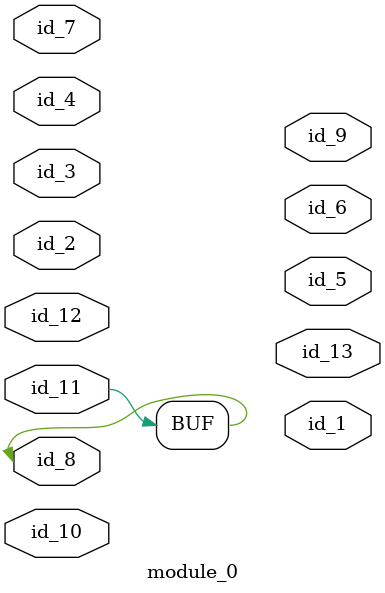
<source format=v>
`define pp_13 0
module module_0 (
    id_1,
    id_2,
    id_3,
    id_4,
    id_5,
    id_6,
    id_7,
    id_8,
    id_9,
    id_10,
    id_11,
    id_12,
    id_13
);
  output id_13;
  inout id_12;
  input id_11;
  input id_10;
  output id_9;
  inout id_8;
  input id_7;
  output id_6;
  output id_5;
  inout id_4;
  inout id_3;
  input id_2;
  output id_1;
  assign id_8 = id_11;
endmodule

</source>
